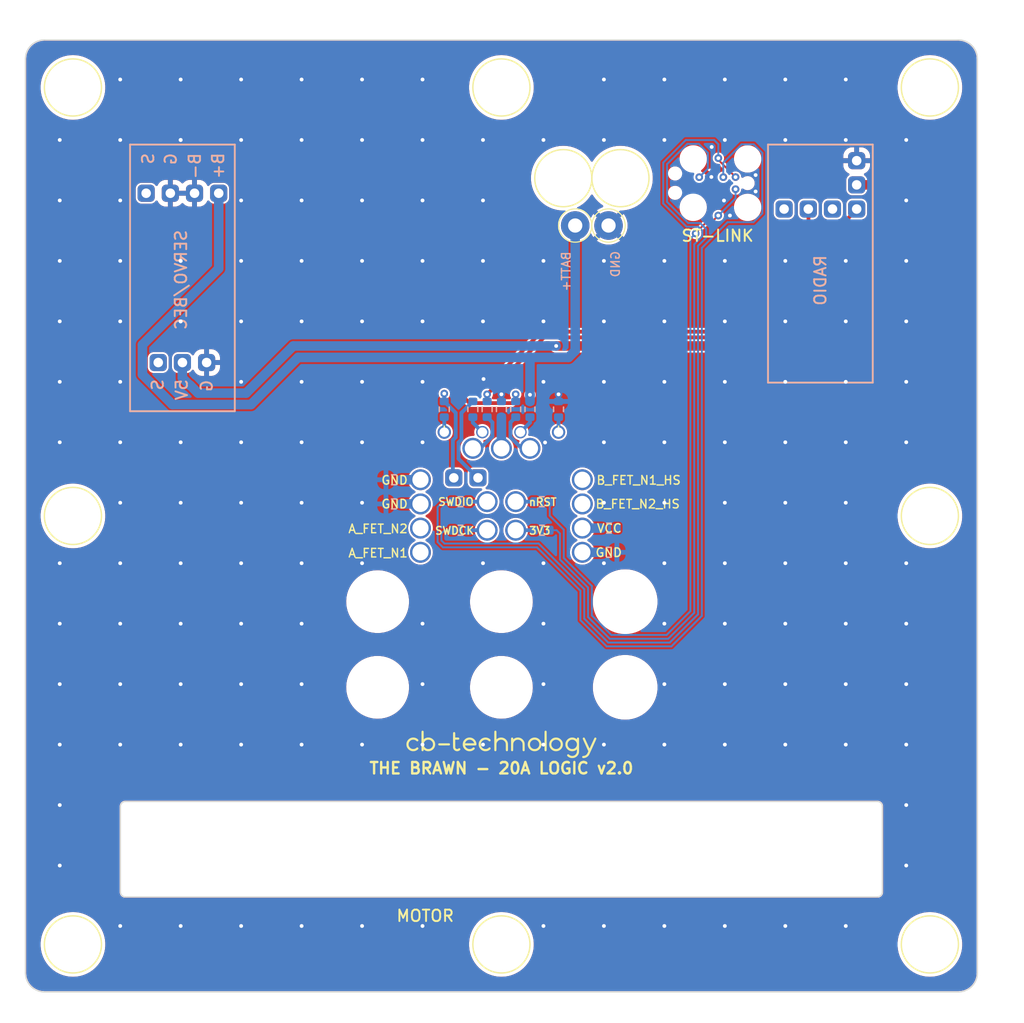
<source format=kicad_pcb>
(kicad_pcb (version 20221018) (generator pcbnew)
  (title_block (title "THE BRAINS - 20A LOGIC FIXTURE") (date "2023-05-29") (rev "v1.0") (company "CB-TECHNOLOGY"))
  (layers (0 "F.Cu" signal) (31 "B.Cu" signal) (34 "B.Paste" user) (35 "F.Paste" user) (36 "B.SilkS" user "B.Silkscreen") (37 "F.SilkS" user "F.Silkscreen") (38 "B.Mask" user) (39 "F.Mask" user) (44 "Edge.Cuts" user))
  (net 0 "")
  (net 1 "/BATT+")
  (net 2 "Net-(R1-Pad2)")
  (net 3 "/A_FET_N2")
  (net 4 "/A_FET_N1")
  (net 5 "Net-(R2-Pad2)")
  (net 6 "/3V3")
  (net 7 "Net-(R5-Pad2)")
  (net 8 "/nRST")
  (net 11 "/SWDIO")
  (net 12 "/SIGNAL1")
  (net 14 "/GND")
  (net 18 "/INVERT")
  (net 19 "/MOTOR_1-")
  (net 20 "Net-(R6-Pad2)")
  (net 21 "/SWDCLK")
  (net 22 "unconnected-(J2-Pad1)")
  (net 23 "/MOTOR_1+")
  (net 24 "Net-(R14-Pad1)")
  (net 25 "Net-(R15-Pad1)")
  (net 26 "Net-(R7-Pad1)")
  (net 27 "Net-(R8-Pad1)")
  (net 28 "Net-(R9-Pad1)")
  (net 29 "Net-(R3-Pad1)")
  (net 30 "Net-(R10-Pad1)")
  (net 31 "Net-(R4-Pad1)")
  (net 32 "Net-(R11-Pad1)")
  (net 33 "/SERVO_OUT")
  (net 34 "Net-(R12-Pad1)")
  (net 35 "/SERVO")
  (net 36 "Net-(R13-Pad1)")
  (net 37 "/VCC")
  (net 38 "/5V0")
  (net 39 "/B_FET_N1_HS")
  (net 40 "/B_FET_N2_HS")
  (footprint "TestPoint:TestPoint_THTPad_D3.0mm_Drill1.5mm" (layer "F.Cu") (at 228.5 143.82)
    (fp_text reference "TP21" hide)
    (fp_text value "TestPoint")
  )
  (footprint "M_Mechanical:Mount_M3" (layer "F.Cu") (at 265 185)
    (fp_text reference "M3" hide)
    (fp_text value "Mount_M3" hide)
  )
  (footprint "TestPoint:TestPoint_THTPad_D3.0mm_Drill1.5mm" (layer "F.Cu") (at 221.5 138.5)
    (fp_text reference "TP14" hide)
    (fp_text value "TestPoint")
  )
  (footprint "M_Mechanical:Mount_M3" (layer "F.Cu") (at 175 95)
    (fp_text reference "M5" hide)
    (fp_text value "Mount_M3" hide)
  )
  (footprint "TestPoint:TestPoint_THTPad_D3.0mm_Drill1.5mm" (layer "F.Cu") (at 218.5 141.5)
    (fp_text reference "TP9" hide)
    (fp_text value "TestPoint")
  )
  (footprint "M_Mechanical:Mount_M3" (layer "F.Cu") (at 265 140)
    (fp_text reference "M6" hide)
    (fp_text value "Mount_M3" hide)
  )
  (footprint ".M_Mechanical:Mount_M3" (layer "F.Cu") (at 232.5 104.525)
    (fp_text reference "M11" hide)
    (fp_text value "Mount_M3" hide)
  )
  (footprint "LOGO" (layer "F.Cu") (at 220 164)
    (fp_text reference "G***" hide)
    (fp_text value "LOGO" hide)
  )
  (footprint "TestPoint:TestPoint_THTPad_D3.0mm_Drill1.5mm" (layer "F.Cu") (at 211.5 136.2)
    (fp_text reference "TP1" hide)
    (fp_text value "TestPoint")
  )
  (footprint "M_Mechanical:Mount_M3" (layer "F.Cu") (at 220 95)
    (fp_text reference "M4" hide)
    (fp_text value "Mount_M3" hide)
  )
  (footprint ".M_Mechanical:Mount_M3" (layer "F.Cu") (at 233 149)
    (fp_text reference "M15" hide)
    (fp_text value "Mount_M3" hide)
  )
  (footprint "TestPoint:TestPoint_THTPad_D3.0mm_Drill1.5mm" (layer "F.Cu") (at 217 132.9)
    (fp_text reference "TP5" hide)
    (fp_text value "TestPoint")
  )
  (footprint "M_Mechanical:Mount_M3" (layer "F.Cu") (at 175 140)
    (fp_text reference "M7" hide)
    (fp_text value "Mount_M3" hide)
  )
  (footprint "TestPoint:TestPoint_THTPad_D3.0mm_Drill1.5mm" (layer "F.Cu") (at 226 131.2)
    (fp_text reference "TP12" hide)
    (fp_text value "TestPoint")
  )
  (footprint ".M_Mechanical:Mount_M3" (layer "F.Cu") (at 226.5 104.525)
    (fp_text reference "M12" hide)
    (fp_text value "Mount_M3" hide)
  )
  (footprint "TestPoint:TestPoint_THTPad_D3.0mm_Drill1.5mm" (layer "F.Cu") (at 220 132.9)
    (fp_text reference "TP10" hide)
    (fp_text value "TestPoint")
  )
  (footprint "M_Mechanical:Mount_M3" (layer "F.Cu") (at 175 185)
    (fp_text reference "M1" hide)
    (fp_text value "Mount_M3" hide)
  )
  (footprint ".N_NonPart:TagConnect_TC2050" (layer "F.Cu") (at 242 105 180)
    (fp_text reference "N1" hide)
    (fp_text value "TC2050_SWD_UART" hide)
  )
  (footprint "M_Mechanical:Mount_M3" (layer "F.Cu") (at 265 95)
    (fp_text reference "M2" hide)
    (fp_text value "Mount_M3" hide)
  )
  (footprint "TestPoint:TestPoint_THTPad_D3.0mm_Drill1.5mm" (layer "F.Cu") (at 228.5 138.74)
    (fp_text reference "TP19" hide)
    (fp_text value "TestPoint")
  )
  (footprint "TestPoint:TestPoint_THTPad_D3.0mm_Drill1.5mm" (layer "F.Cu") (at 222 131.2)
    (fp_text reference "TP11" hide)
    (fp_text value "TestPoint")
  )
  (footprint ".M_Mechanical:Mount_M3" (layer "F.Cu") (at 233 158)
    (fp_text reference "M16" hide)
    (fp_text value "Mount_M3" hide)
  )
  (footprint "TestPoint:TestPoint_THTPad_D3.0mm_Drill1.5mm" (layer "F.Cu") (at 228.5 136.2)
    (fp_text reference "TP18" hide)
    (fp_text value "TestPoint")
  )
  (footprint "TestPoint:TestPoint_THTPad_D3.0mm_Drill1.5mm" (layer "F.Cu") (at 211.5 138.74)
    (fp_text reference "TP2" hide)
    (fp_text value "TestPoint")
  )
  (footprint ".J_Connector:Pins-2.54-1x2" (layer "F.Cu") (at 215 136 90)
    (fp_text reference "J5" hide)
    (fp_text value "Pins_2.54_1x2" hide)
  )
  (footprint "TestPoint:TestPoint_THTPad_D3.0mm_Drill1.5mm" (layer "F.Cu") (at 218 131.2 90)
    (fp_text reference "TP7" hide)
    (fp_text value "TestPoint")
  )
  (footprint "TestPoint:TestPoint_THTPad_D3.0mm_Drill1.5mm" (layer "F.Cu") (at 223 132.9)
    (fp_text reference "TP13" hide)
    (fp_text value "TestPoint")
  )
  (footprint "M_Mechanical:Mount_M3" (layer "F.Cu") (at 220 185)
    (fp_text reference "M8" hide)
    (fp_text value "Mount_M3" hide)
  )
  (footprint "TestPoint:TestPoint_THTPad_D3.0mm_Drill1.5mm" (layer "F.Cu") (at 228.5 141.28)
    (fp_text reference "TP20" hide)
    (fp_text value "TestPoint")
  )
  (footprint "TestPoint:TestPoint_THTPad_D3.0mm_Drill1.5mm" (layer "F.Cu") (at 211.5 141.28)
    (fp_text reference "TP3" hide)
    (fp_text value "TestPoint")
  )
  (footprint "TestPoint:TestPoint_THTPad_D3.0mm_Drill1.5mm" (layer "F.Cu") (at 231.25 109.5)
    (fp_text reference "TP17" hide)
    (fp_text value "TestPoint")
  )
  (footprint "TestPoint:TestPoint_THTPad_D3.0mm_Drill1.5mm" (layer "F.Cu") (at 214 131.2)
    (fp_text reference "TP6" hide)
    (fp_text value "TestPoint")
  )
  (footprint "TestPoint:TestPoint_THTPad_D3.0mm_Drill1.5mm" (layer "F.Cu") (at 221.5 141.5)
    (fp_text reference "TP15" hide)
    (fp_text value "TestPoint")
  )
  (footprint "TestPoint:TestPoint_THTPad_D3.0mm_Drill1.5mm" (layer "F.Cu") (at 227.75 109.5)
    (fp_text reference "TP16" hide)
    (fp_text value "TestPoint")
  )
  (footprint "TestPoint:TestPoint_THTPad_D3.0mm_Drill1.5mm" (layer "F.Cu") (at 218.5 138.5)
    (fp_text reference "TP8" hide)
    (fp_text value "TestPoint")
  )
  (footprint "TestPoint:TestPoint_THTPad_D3.0mm_Drill1.5mm" (layer "F.Cu") (at 211.5 143.82)
    (fp_text reference "TP4" hide)
    (fp_text value "TestPoint")
  )
  (footprint ".R_Resistor:R_0603" (layer "B.Cu") (at 220 128.8 90)
    (fp_text reference "R8" hide)
    (fp_text value "0R" hide)
  )
  (footprint ".R_Resistor:R_0603" (layer "B.Cu") (at 218.5 128.8 90)
    (fp_text reference "R3" hide)
    (fp_text value "0R" hide)
  )
  (footprint ".J_Connector:Pins-2.54-1x4" (layer "B.Cu") (at 190.31 106.11 90)
    (fp_text reference "J3" hide)
    (fp_text value "Pins_2.54_1x4" hide)
  )
  (footprint ".R_Resistor:R_0603" (layer "B.Cu") (at 231.3 141.28)
    (fp_text reference "R14" hide)
    (fp_text value "0R" hide)
  )
  (footprint ".R_Resistor:R_0603" (layer "B.Cu") (at 208.7 136.2)
    (fp_text reference "R1" hide)
    (fp_text value "0R" hide)
  )
  (footprint ".R_Resistor:R_0603" (layer "B.Cu") (at 226 128.8 90)
    (fp_text reference "R10" hide)
    (fp_text value "0R" hide)
  )
  (footprint ".J_Connector:Pins-2.54-1x3" (layer "B.Cu") (at 254.77 107.7695 90)
    (fp_text reference "J2" hide)
    (fp_text value "Pins_2.54_1x3" hide)
  )
  (footprint ".R_Resistor:R_0603" (layer "B.Cu") (at 221.5 128.8 90)
    (fp_text reference "R11" hide)
    (fp_text value "0R" hide)
  )
  (footprint ".R_Resistor:R_0603" (layer "B.Cu") (at 214 128.8 90)
    (fp_text reference "R4" hide)
    (fp_text value "0R" hide)
  )
  (footprint ".R_Resistor:R_0603" (layer "B.Cu") (at 231.3 143.82)
    (fp_text reference "R15" hide)
    (fp_text value "0R" hide)
  )
  (footprint ".R_Resistor:R_0603" (layer "B.Cu") (at 217 128.8 90)
    (fp_text reference "R7" hide)
    (fp_text value "0R" hide)
  )
  (footprint ".J_Connector:Pins-2.54-1x3" (layer "B.Cu") (at 257.31 102.6895 180)
    (fp_text reference "J1" hide)
    (fp_text value "Pins_2.54_1x3" hide)
  )
  (footprint ".R_Resistor:R_0603" (layer "B.Cu") (at 223 128.8 90)
    (fp_text reference "R9" hide)
    (fp_text value "0R" hide)
  )
  (footprint ".R_Resistor:R_0603" (layer "B.Cu") (at 208.7 138.74)
    (fp_text reference "R2" hide)
    (fp_text value "0R" hide)
  )
  (footprint ".R_Resistor:R_0603" (layer "B.Cu") (at 224.25 138.5)
    (fp_text reference "R12" hide)
    (fp_text value "0R" hide)
  )
  (footprint ".J_Connector:Pins-2.54-1x3" (layer "B.Cu") (at 189.04 123.89 90)
    (fp_text reference "J4" hide)
    (fp_text value "Pins_2.54_1x3" hide)
  )
  (footprint ".M_Mechanical:Mount_M3" (layer "B.Cu") (at 220 149 180)
    (fp_text reference "M13" hide)
    (fp_text value "Mount_M3" hide)
  )
  (footprint ".R_Resistor:R_0603" (layer "B.Cu") (at 215.7 138.5)
    (fp_text reference "R5" hide)
    (fp_text value "0R" hide)
  )
  (footprint ".M_Mechanical:Mount_M3" (layer "B.Cu") (at 207 149 180)
    (fp_text reference "M10" hide)
    (fp_text value "Mount_M3" hide)
  )
  (footprint ".M_Mechanical:Mount_M3" (layer "B.Cu") (at 220 158 180)
    (fp_text reference "M9" hide)
    (fp_text value "Mount_M3" hide)
  )
  (footprint ".R_Resistor:R_0603" (layer "B.Cu") (at 224.25 141.5)
    (fp_text reference "R13" hide)
    (fp_text value "0R" hide)
  )
  (footprint ".R_Resistor:R_0603" (layer "B.Cu") (at 215.7 141.5)
    (fp_text reference "R6" hide)
    (fp_text value "0R" hide)
  )
  (footprint ".M_Mechanical:Mount_M3" (layer "B.Cu") (at 207 158 180)
    (fp_text reference "M14" hide)
    (fp_text value "Mount_M3" hide)
  )
  (gr_line (start 192 101) (end 192 129) (stroke (width 0.2)) (layer "B.SilkS"))
  (gr_line (start 248 100.9995) (end 259 100.9995) (stroke (width 0.2)) (layer "B.SilkS"))
  (gr_line (start 248 125.9995) (end 248 100.9995) (stroke (width 0.2)) (layer "B.SilkS"))
  (gr_line (start 248 125.9995) (end 259 125.9995) (stroke (width 0.2)) (layer "B.SilkS"))
  (gr_line (start 259 125.9995) (end 259 100.9995) (stroke (width 0.2)) (layer "B.SilkS"))
  (gr_line (start 181 101) (end 181 129) (stroke (width 0.2)) (layer "B.SilkS"))
  (gr_line (start 181 101) (end 192 101) (stroke (width 0.2)) (layer "B.SilkS"))
  (gr_line (start 181 129) (end 192 129) (stroke (width 0.2)) (layer "B.SilkS"))
  (gr_line (start 214 130.575) (end 214 131.5) (stroke (width 0.15)) (layer "F.SilkS"))
  (gr_line (start 226 130.575) (end 226 131.475) (stroke (width 0.15)) (layer "F.SilkS"))
  (gr_line (start 172 190) (end 268 190) (stroke (width 0.1)) (layer "Edge.Cuts"))
  (gr_line (start 180.5 180) (end 259.5 180) (stroke (width 0.1)) (layer "Edge.Cuts"))
  (gr_line (start 268 90) (end 172 90) (stroke (width 0.1)) (layer "Edge.Cuts"))
  (gr_arc (start 268 90) (mid 269.414214 90.585786) (end 270 92) (stroke (width 0.1)) (layer "Edge.Cuts"))
  (gr_arc (start 172 190) (mid 170.585786 189.414214) (end 170 188) (stroke (width 0.1)) (layer "Edge.Cuts"))
  (gr_arc (start 180.5 180) (mid 180.146447 179.853553) (end 180 179.5) (stroke (width 0.1)) (layer "Edge.Cuts"))
  (gr_line (start 270 188) (end 270 92) (stroke (width 0.1)) (layer "Edge.Cuts"))
  (gr_arc (start 259.5 170) (mid 259.853553 170.146447) (end 260 170.5) (stroke (width 0.1)) (layer "Edge.Cuts"))
  (gr_arc (start 270 188) (mid 269.414214 189.414214) (end 268 190) (stroke (width 0.1)) (layer "Edge.Cuts"))
  (gr_line (start 180.5 170) (end 259.5 170) (stroke (width 0.1)) (layer "Edge.Cuts"))
  (gr_line (start 180 170.5) (end 180 179.5) (stroke (width 0.1)) (layer "Edge.Cuts"))
  (gr_arc (start 260 179.5) (mid 259.853553 179.853553) (end 259.5 180) (stroke (width 0.1)) (layer "Edge.Cuts"))
  (gr_line (start 260 170.5) (end 260 179.5) (stroke (width 0.1)) (layer "Edge.Cuts"))
  (gr_arc (start 170 92) (mid 170.585786 90.585786) (end 172 90) (stroke (width 0.1)) (layer "Edge.Cuts"))
  (gr_arc (start 180 170.5) (mid 180.146447 170.146447) (end 180.5 170) (stroke (width 0.1)) (layer "Edge.Cuts"))
  (gr_line (start 170 92) (end 170 188) (stroke (width 0.1)) (layer "Edge.Cuts"))
  (gr_text "RADIO" (at 253.5 112.5 90) (layer "B.SilkS") (effects (font (size 1.2 1.2) (thickness 0.2) bold) (justify left mirror)))
  (gr_text "B+" (at 190.25 101.75 90) (layer "B.SilkS") (effects (font (size 1.2 1.2) (thickness 0.2) bold) (justify left mirror)))
  (gr_text "G" (at 189.05 125.6 90) (layer "B.SilkS") (effects (font (size 1.2 1.2) (thickness 0.2) bold) (justify left mirror)))
  (gr_text "BATT+" (at 226.8 116.5 90) (layer "B.SilkS") (effects (font (size 0.9 0.9)) (justify right mirror)))
  (gr_text "B-" (at 187.8 101.775 90) (layer "B.SilkS") (effects (font (size 1.2 1.2) (thickness 0.2) bold) (justify left mirror)))
  (gr_text "SERVO/BEC" (at 186.35 109.85 90) (layer "B.SilkS") (effects (font (size 1.2 1.2) (thickness 0.2) bold) (justify left mirror)))
  (gr_text "G" (at 185.275 101.775 90) (layer "B.SilkS") (effects (font (size 1.2 1.2) (thickness 0.2) bold) (justify left mirror)))
  (gr_text "S" (at 183.9 125.525 90) (layer "B.SilkS") (effects (font (size 1.2 1.2) (thickness 0.2) bold) (justify left mirror)))
  (gr_text "GND" (at 231.975 115.025 90) (layer "B.SilkS") (effects (font (size 0.9 0.9)) (justify right mirror)))
  (gr_text "5V" (at 186.425 125.525 90) (layer "B.SilkS") (effects (font (size 1.2 1.2) (thickness 0.2) bold) (justify left mirror)))
  (gr_text "S" (at 182.9 101.775 90) (layer "B.SilkS") (effects (font (size 1.2 1.2) (thickness 0.2) bold) (justify left mirror)))
  (gr_text "3V3" (at 222.825 141.55) (layer "F.SilkS") (effects (font (size 0.8 0.8)) (justify left)))
  (gr_text "VCC" (at 229.95 141.3) (layer "F.SilkS") (effects (font (size 0.9 0.9)) (justify left)))
  (gr_text "MOTOR" (at 212 182) (layer "F.SilkS") (effects (font (size 1.2 1.2) (thickness 0.2) bold)))
  (gr_text "B_FET_N1_HS" (at 229.9 136.25) (layer "F.SilkS") (effects (font (size 0.9 0.9)) (justify left)))
  (gr_text "A_FET_N1" (at 210.25 143.9) (layer "F.SilkS") (effects (font (size 0.9 0.9)) (justify right)))
  (gr_text "B_FET_N2_HS" (at 229.8 138.75) (layer "F.SilkS") (effects (font (size 0.9 0.9)) (justify left)))
  (gr_text "A_FET_N2" (at 210.25 141.35) (layer "F.SilkS") (effects (font (size 0.9 0.9)) (justify right)))
  (gr_text "nRST" (at 222.8 138.55) (layer "F.SilkS") (effects (font (size 0.8 0.8)) (justify left)))
  (gr_text "SWDCK" (at 217.225 141.55) (layer "F.SilkS") (effects (font (size 0.8 0.8)) (justify right)))
  (gr_text "GND" (at 210.25 138.75) (layer "F.SilkS") (effects (font (size 0.9 0.9)) (justify right)))
  (gr_text "GND" (at 210.25 136.25) (layer "F.SilkS") (effects (font (size 0.9 0.9)) (justify right)))
  (gr_text "SWDIO" (at 217.175 138.525) (layer "F.SilkS") (effects (font (size 0.8 0.8)) (justify right)))
  (gr_text "ST-LINK" (at 242.7 110.575) (layer "F.SilkS") (effects (font (size 1.2 1.2) (thickness 0.2) bold)))
  (gr_text "THE BRAWN - 20A LOGIC v2.0" (at 220 166.5) (layer "F.SilkS") (effects (font (size 1.2 1.2) (thickness 0.25))))
  (gr_text "GND" (at 229.8 143.85) (layer "F.SilkS") (effects (font (size 0.9 0.9)) (justify left)))
  (via (at 223 127.275) (size 0.8) (drill 0.4) (layers "F.Cu" "B.Cu") (net 1))
  (segment (start 223 127.975) (end 223 123.35) (width 1) (layer "B.Cu") (net 1))
  (segment (start 182.3 125.15) (end 182.3 122.024478) (width 1) (layer "B.Cu") (net 1))
  (segment (start 222.95 127.325) (end 222.95 128.05) (width 0.4) (layer "B.Cu") (net 1))
  (segment (start 198.647056 123.35) (end 193.697056 128.3) (width 1) (layer "B.Cu") (net 1))
  (segment (start 222.95 127.225) (end 223 127.275) (width 0.4) (layer "B.Cu") (net 1))
  (segment (start 227.05 123.35) (end 222 123.35) (width 1) (layer "B.Cu") (net 1))
  (segment (start 222.95 127.2) (end 222.95 127.225) (width 0.4) (layer "B.Cu") (net 1))
  (segment (start 182.3 122.024478) (end 190.31 114.014478) (width 1) (layer "B.Cu") (net 1))
  (segment (start 227.75 122.65) (end 227.05 123.35) (width 1) (layer "B.Cu") (net 1))
  (segment (start 227.75 109.5) (end 227.75 122.65) (width 1) (layer "B.Cu") (net 1))
  (segment (start 193.697056 128.3) (end 185.45 128.3) (width 1) (layer "B.Cu") (net 1))
  (segment (start 223 127.275) (end 223 127.175) (width 1) (layer "B.Cu") (net 1))
  (segment (start 223 127.275) (end 222.95 127.325) (width 0.4) (layer "B.Cu") (net 1))
  (segment (start 190.31 114.014478) (end 190.31 106.11) (width 1) (layer "B.Cu") (net 1))
  (segment (start 222 123.35) (end 198.647056 123.35) (width 1) (layer "B.Cu") (net 1))
  (segment (start 223 127.275) (end 223 127.975) (width 1) (layer "B.Cu") (net 1))
  (segment (start 223 123.35) (end 222 123.35) (width 1) (layer "B.Cu") (net 1))
  (segment (start 185.45 128.3) (end 182.3 125.15) (width 1) (layer "B.Cu") (net 1))
  (segment (start 211.5 136.2) (end 209.525 136.2) (width 1) (layer "B.Cu") (net 2))
  (segment (start 209.525 138.74) (end 211.5 138.74) (width 1) (layer "B.Cu") (net 5))
  (segment (start 242.78195 102.425) (end 242.78195 102.60695) (width 0.2) (layer "F.Cu") (net 6))
  (segment (start 242.78195 102.60695) (end 244.59 104.415) (width 0.2) (layer "F.Cu") (net 6))
  (via (at 244.59 104.415) (size 0.8) (drill 0.4) (layers "F.Cu" "B.Cu") (net 6))
  (via (at 242.78195 102.425) (size 0.8) (drill 0.4) (layers "F.Cu" "B.Cu") (net 6))
  (segment (start 240.69045 109.632122) (end 239.447153 109.632122) (width 0.2) (layer "B.Cu") (net 6))
  (segment (start 240.249999 150.165686) (end 240.249999 111.471573) (width 0.2) (layer "B.Cu") (net 6))
  (segment (start 225.075 141.5) (end 225.8 141.5) (width 0.2) (layer "B.Cu") (net 6))
  (segment (start 239.359315 100.525) (end 242.3474 100.525) (width 0.2) (layer "B.Cu") (net 6))
  (segment (start 242.3474 100.525) (end 242.78195 100.95955) (width 0.2) (layer "B.Cu") (net 6))
  (segment (start 236.9947 107.179668) (end 236.9947 102.889614) (width 0.2) (layer "B.Cu") (net 6))
  (segment (start 241.1 110.041672) (end 240.69045 109.632122) (width 0.2) (layer "B.Cu") (net 6))
  (segment (start 225.8 141.5) (end 226.15 141.85) (width 0.2) (layer "B.Cu") (net 6))
  (segment (start 237.515686 152.9) (end 240.249999 150.165686) (width 0.2) (layer "B.Cu") (net 6))
  (segment (start 242.78195 100.95955) (end 242.78195 102.425) (width 0.2) (layer "B.Cu") (net 6))
  (segment (start 226.15 141.85) (end 226.15 144.578297) (width 0.2) (layer "B.Cu") (net 6))
  (segment (start 229.1 150.615686) (end 231.384315 152.9) (width 0.2) (layer "B.Cu") (net 6))
  (segment (start 226.15 144.578297) (end 229.1 147.528297) (width 0.2) (layer "B.Cu") (net 6))
  (segment (start 236.9947 102.889614) (end 239.359315 100.525) (width 0.2) (layer "B.Cu") (net 6))
  (segment (start 231.384315 152.9) (end 237.515686 152.9) (width 0.2) (layer "B.Cu") (net 6))
  (segment (start 229.1 147.528297) (end 229.1 150.615686) (width 0.2) (layer "B.Cu") (net 6))
  (segment (start 240.249999 111.471573) (end 241.1 110.621572) (width 0.2) (layer "B.Cu") (net 6))
  (segment (start 241.1 110.621572) (end 241.1 110.041672) (width 0.2) (layer "B.Cu") (net 6))
  (segment (start 239.447153 109.632122) (end 236.9947 107.179668) (width 0.2) (layer "B.Cu") (net 6))
  (segment (start 218.5 138.5) (end 216.575 138.5) (width 0.4) (layer "B.Cu") (net 7))
  (segment (start 240.4 110.275) (end 241.525 109.15) (width 0.2) (layer "F.Cu") (net 8))
  (segment (start 244.575 105.7) (end 244.59 105.685) (width 0.2) (layer "F.Cu") (net 8))
  (segment (start 242.075 109.15) (end 242.775 108.45) (width 0.2) (layer "F.Cu") (net 8))
  (segment (start 240.4 110.331622) (end 240.4 110.275) (width 0.2) (layer "F.Cu") (net 8))
  (segment (start 241.525 109.15) (end 242.075 109.15) (width 0.2) (layer "F.Cu") (net 8))
  (via (at 240.4 110.331622) (size 0.8) (drill 0.4) (layers "F.Cu" "B.Cu") (net 8))
  (via (at 244.59 105.685) (size 0.8) (drill 0.4) (layers "F.Cu" "B.Cu") (net 8))
  (via (at 242.775 108.45) (size 0.8) (drill 0.4) (layers "F.Cu" "B.Cu") (net 8))
  (segment (start 240.4 110.331622) (end 239.849999 110.881623) (width 0.2) (layer "B.Cu") (net 8))
  (segment (start 226.55 141.45) (end 225.075 139.975) (width 0.2) (layer "B.Cu") (net 8))
  (segment (start 244.59 106.64995) (end 244.59 105.685) (width 0.2) (layer "B.Cu") (net 8))
  (segment (start 231.55 152.5) (end 229.5 150.45) (width 0.2) (layer "B.Cu") (net 8))
  (segment (start 229.5 150.45) (end 229.5 147.362613) (width 0.2) (layer "B.Cu") (net 8))
  (segment (start 242.78995 108.45) (end 244.59 106.64995) (width 0.2) (layer "B.Cu") (net 8))
  (segment (start 225.075 139.975) (end 225.075 138.5) (width 0.2) (layer "B.Cu") (net 8))
  (segment (start 239.849999 110.881623) (end 239.849999 150.000001) (width 0.2) (layer "B.Cu") (net 8))
  (segment (start 239.849999 150.000001) (end 237.35 152.5) (width 0.2) (layer "B.Cu") (net 8))
  (segment (start 229.5 147.362613) (end 226.55 144.412613) (width 0.2) (layer "B.Cu") (net 8))
  (segment (start 237.35 152.5) (end 231.55 152.5) (width 0.2) (layer "B.Cu") (net 8))
  (segment (start 226.55 144.412613) (end 226.55 141.45) (width 0.2) (layer "B.Cu") (net 8))
  (segment (start 242.775 108.45) (end 242.78995 108.45) (width 0.2) (layer "B.Cu") (net 8))
  (via (at 243.3 104.425) (size 0.8) (drill 0.4) (layers "F.Cu" "B.Cu") (net 11))
  (segment (start 246.496833 100.97255) (end 245.223167 100.97255) (width 0.2) (layer "B.Cu") (net 11))
  (segment (start 243.3 102.895717) (end 243.3 104.425) (width 0.2) (layer "B.Cu") (net 11))
  (segment (start 213.3 142.740686) (end 213.859315 143.3) (width 0.2) (layer "B.Cu") (net 11))
  (segment (start 246.474283 109.15) (end 247.4 108.224283) (width 0.2) (layer "B.Cu") (net 11))
  (segment (start 228.3 150.947058) (end 231.052945 153.7) (width 0.2) (layer "B.Cu") (net 11))
  (segment (start 241.049999 111.850001) (end 243.75 109.15) (width 0.2) (layer "B.Cu") (net 11))
  (segment (start 228.3 147.859669) (end 228.3 150.947058) (width 0.2) (layer "B.Cu") (net 11))
  (segment (start 237.847058 153.7) (end 241.049999 150.497056) (width 0.2) (layer "B.Cu") (net 11))
  (segment (start 241.049999 150.497056) (end 241.049999 111.850001) (width 0.2) (layer "B.Cu") (net 11))
  (segment (start 245.223167 100.97255) (end 243.3 102.895717) (width 0.2) (layer "B.Cu") (net 11))
  (segment (start 213.825 138.55) (end 213.3 139.075) (width 0.2) (layer "B.Cu") (net 11))
  (segment (start 247.4 108.224283) (end 247.4 101.875717) (width 0.2) (layer "B.Cu") (net 11))
  (segment (start 243.75 109.15) (end 246.474283 109.15) (width 0.2) (layer "B.Cu") (net 11))
  (segment (start 231.052945 153.7) (end 237.847058 153.7) (width 0.2) (layer "B.Cu") (net 11))
  (segment (start 223.740331 143.3) (end 228.3 147.859669) (width 0.2) (layer "B.Cu") (net 11))
  (segment (start 213.859315 143.3) (end 223.740331 143.3) (width 0.2) (layer "B.Cu") (net 11))
  (segment (start 214.875 138.55) (end 213.825 138.55) (width 0.2) (layer "B.Cu") (net 11))
  (segment (start 247.4 101.875717) (end 246.496833 100.97255) (width 0.2) (layer "B.Cu") (net 11))
  (segment (start 213.3 139.075) (end 213.3 142.740686) (width 0.2) (layer "B.Cu") (net 11))
  (segment (start 214.925 138.5) (end 214.875 138.55) (width 0.2) (layer "B.Cu") (net 11))
  (segment (start 243.898528 121.25) (end 257.31 107.838528) (width 0.4) (layer "F.Cu") (net 12))
  (segment (start 218.5 127.225) (end 224.475 121.25) (width 0.4) (layer "F.Cu") (net 12))
  (segment (start 224.475 121.25) (end 243.898528 121.25) (width 0.4) (layer "F.Cu") (net 12))
  (segment (start 257.31 107.838528) (end 257.31 107.7695) (width 0.4) (layer "F.Cu") (net 12))
  (via (at 218.5 127.225) (size 0.8) (drill 0.4) (layers "F.Cu" "B.Cu") (net 12))
  (segment (start 218.5 127.225) (end 218.5 128.05) (width 0.4) (layer "B.Cu") (net 12))
  (via (at 211.715247 125.914866) (size 0.8) (drill 0.4) (layers "F.Cu" "B.Cu") (net 14))
  (via (at 224.415247 157.664866) (size 0.8) (drill 0.4) (layers "F.Cu" "B.Cu") (net 14))
  (via (at 186.315247 151.314866) (size 0.8) (drill 0.4) (layers "F.Cu" "B.Cu") (net 14))
  (via (at 179.965247 94.164866) (size 0.8) (drill 0.4) (layers "F.Cu" "B.Cu") (net 14))
  (via (at 186.315247 164.014866) (size 0.8) (drill 0.4) (layers "F.Cu" "B.Cu") (net 14))
  (via (at 256.165247 144.964866) (size 0.8) (drill 0.4) (layers "F.Cu" "B.Cu") (net 14))
  (via (at 211.715247 183.064866) (size 0.8) (drill 0.4) (layers "F.Cu" "B.Cu") (net 14))
  (via (at 186.315247 113.214866) (size 0.8) (drill 0.4) (layers "F.Cu" "B.Cu") (net 14))
  (via (at 205.365247 144.964866) (size 0.8) (drill 0.4) (layers "F.Cu" "B.Cu") (net 14))
  (via (at 192.665247 125.914866) (size 0.8) (drill 0.4) (layers "F.Cu" "B.Cu") (net 14))
  (via (at 237.115247 183.064866) (size 0.8) (drill 0.4) (layers "F.Cu" "B.Cu") (net 14))
  (via (at 192.665247 100.514866) (size 0.8) (drill 0.4) (layers "F.Cu" "B.Cu") (net 14))
  (via (at 249.815247 94.164866) (size 0.8) (drill 0.4) (layers "F.Cu" "B.Cu") (net 14))
  (via (at 205.365247 100.514866) (size 0.8) (drill 0.4) (layers "F.Cu" "B.Cu") (net 14))
  (via (at 179.965247 164.014866) (size 0.8) (drill 0.4) (layers "F.Cu" "B.Cu") (net 14))
  (via (at 179.965247 100.514866) (size 0.8) (drill 0.4) (layers "F.Cu" "B.Cu") (net 14))
  (via (at 179.965247 125.914866) (size 0.8) (drill 0.4) (layers "F.Cu" "B.Cu") (net 14))
  (via (at 173.615247 132.264866) (size 0.8) (drill 0.4) (layers "F.Cu" "B.Cu") (net 14))
  (via (at 205.365247 164.014866) (size 0.8) (drill 0.4) (layers "F.Cu" "B.Cu") (net 14))
  (via (at 226 127.225) (size 0.8) (drill 0.4) (layers "F.Cu" "B.Cu") (net 14))
  (via (at 173.615247 106.864866) (size 0.8) (drill 0.4) (layers "F.Cu" "B.Cu") (net 14))
  (via (at 211.715247 119.564866) (size 0.8) (drill 0.4) (layers "F.Cu" "B.Cu") (net 14))
  (via (at 199.015247 164.014866) (size 0.8) (drill 0.4) (layers "F.Cu" "B.Cu") (net 14))
  (via (at 230.765247 164.014866) (size 0.8) (drill 0.4) (layers "F.Cu" "B.Cu") (net 14))
  (via (at 173.615247 164.014866) (size 0.8) (drill 0.4) (layers "F.Cu" "B.Cu") (net 14))
  (via (at 199.015247 100.514866) (size 0.8) (drill 0.4) (layers "F.Cu" "B.Cu") (net 14))
  (via (at 205.365247 183.064866) (size 0.8) (drill 0.4) (layers "F.Cu" "B.Cu") (net 14))
  (via (at 173.615247 113.214866) (size 0.8) (drill 0.4) (layers "F.Cu" "B.Cu") (net 14))
  (via (at 262.515247 144.964866) (size 0.8) (drill 0.4) (layers "F.Cu" "B.Cu") (net 14))
  (via (at 211.715247 164.014866) (size 0.8) (drill 0.4) (layers "F.Cu" "B.Cu") (net 14))
  (via (at 173.615247 100.514866) (size 0.8) (drill 0.4) (layers "F.Cu" "B.Cu") (net 14))
  (via (at 199.015247 113.214866) (size 0.8) (drill 0.4) (layers "F.Cu" "B.Cu") (net 14))
  (via (at 173.615247 170.364866) (size 0.8) (drill 0.4) (layers "F.Cu" "B.Cu") (net 14))
  (via (at 230.765247 144.964866) (size 0.8) (drill 0.4) (layers "F.Cu" "B.Cu") (net 14))
  (via (at 230.765247 94.164866) (size 0.8) (drill 0.4) (layers "F.Cu" "B.Cu") (net 14))
  (via (at 186.315247 119.564866) (size 0.8) (drill 0.4) (layers "F.Cu" "B.Cu") (net 14))
  (via (at 186.315247 100.514866) (size 0.8) (drill 0.4) (layers "F.Cu" "B.Cu") (net 14))
  (via (at 262.515247 157.664866) (size 0.8) (drill 0.4) (layers "F.Cu" "B.Cu") (net 14))
  (via (at 262.515247 176.714866) (size 0.8) (drill 0.4) (layers "F.Cu" "B.Cu") (net 14))
  (via (at 205.365247 113.214866) (size 0.8) (drill 0.4) (layers "F.Cu" "B.Cu") (net 14))
  (via (at 243.465247 132.264866) (size 0.8) (drill 0.4) (layers "F.Cu" "B.Cu") (net 14))
  (via (at 186.315247 138.614866) (size 0.8) (drill 0.4) (layers "F.Cu" "B.Cu") (net 14))
  (via (at 205.365247 125.914866) (size 0.8) (drill 0.4) (layers "F.Cu" "B.Cu") (net 14))
  (via (at 230.765247 113.214866) (size 0.8) (drill 0.4) (layers "F.Cu" "B.Cu") (net 14))
  (via (at 186.315247 144.964866) (size 0.8) (drill 0.4) (layers "F.Cu" "B.Cu") (net 14))
  (via (at 243.465247 100.514866) (size 0.8) (drill 0.4) (layers "F.Cu" "B.Cu") (net 14))
  (via (at 218.065247 164.014866) (size 0.8) (drill 0.4) (layers "F.Cu" "B.Cu") (net 14))
  (via (at 249.815247 151.314866) (size 0.8) (drill 0.4) (layers "F.Cu" "B.Cu") (net 14))
  (via (at 218.065247 106.864866) (size 0.8) (drill 0.4) (layers "F.Cu" "B.Cu") (net 14))
  (via (at 199.015247 183.064866) (size 0.8) (drill 0.4) (layers "F.Cu" "B.Cu") (net 14))
  (via (at 224.415247 183.064866) (size 0.8) (drill 0.4) (layers "F.Cu" "B.Cu") (net 14))
  (via (at 243.465247 138.614866) (size 0.8) (drill 0.4) (layers "F.Cu" "B.Cu") (net 14))
  (via (at 237.115247 113.214866) (size 0.8) (drill 0.4) (layers "F.Cu" "B.Cu") (net 14))
  (via (at 179.965247 138.614866) (size 0.8) (drill 0.4) (layers "F.Cu" "B.Cu") (net 14))
  (via (at 218.065247 144.964866) (size 0.8) (drill 0.4) (layers "F.Cu" "B.Cu") (net 14))
  (via (at 186.315247 100.514866) (size 0.8) (drill 0.4) (layers "F.Cu" "B.Cu") (net 14))
  (via (at 211.715247 151.314866) (size 0.8) (drill 0.4) (layers "F.Cu" "B.Cu") (net 14))
  (via (at 205.365247 106.864866) (size 0.8) (drill 0.4) (layers "F.Cu" "B.Cu") (net 14))
  (via (at 199.015247 151.314866) (size 0.8) (drill 0.4) (layers "F.Cu" "B.Cu") (net 14))
  (via (at 211.715247 106.864866) (size 0.8) (drill 0.4) (layers "F.Cu" "B.Cu") (net 14))
  (via (at 205.365247 94.164866) (size 0.8) (drill 0.4) (layers "F.Cu" "B.Cu") (net 14))
  (via (at 224.415247 144.964866) (size 0.8) (drill 0.4) (layers "F.Cu" "B.Cu") (net 14))
  (via (at 243.465247 157.664866) (size 0.8) (drill 0.4) (layers "F.Cu" "B.Cu") (net 14))
  (via (at 192.665247 113.214866) (size 0.8) (drill 0.4) (layers "F.Cu" "B.Cu") (net 14))
  (via (at 243.465247 151.314866) (size 0.8) (drill 0.4) (layers "F.Cu" "B.Cu") (net 14))
  (via (at 237.115247 164.014866) (size 0.8) (drill 0.4) (layers "F.Cu" "B.Cu") (net 14))
  (via (at 262.515247 132.264866) (size 0.8) (drill 0.4) (layers "F.Cu" "B.Cu") (net 14))
  (via (at 243.375 106.875) (size 0.8) (drill 0.4) (layers "F.Cu" "B.Cu") (net 14))
  (via (at 242.05 104.4) (size 0.8) (drill 0.4) (layers "F.Cu" "B.Cu") (net 14))
  (via (at 256.165247 100.514866) (size 0.8) (drill 0.4) (layers "F.Cu" "B.Cu") (net 14))
  (via (at 230.765247 138.614866) (size 0.8) (drill 0.4) (layers "F.Cu" "B.Cu") (net 14))
  (via (at 192.665247 151.314866) (size 0.8) (drill 0.4) (layers "F.Cu" "B.Cu") (net 14))
  (via (at 205.365247 119.564866) (size 0.8) (drill 0.4) (layers "F.Cu" "B.Cu") (net 14))
  (via (at 192.665247 132.264866) (size 0.8) (drill 0.4) (layers "F.Cu" "B.Cu") (net 14))
  (via (at 262.515247 170.364866) (size 0.8) (drill 0.4) (layers "F.Cu" "B.Cu") (net 14))
  (via (at 237.115247 138.614866) (size 0.8) (drill 0.4) (layers "F.Cu" "B.Cu") (net 14))
  (via (at 230.765247 183.064866) (size 0.8) (drill 0.4) (layers "F.Cu" "B.Cu") (net 14))
  (via (at 192.665247 183.064866) (size 0.8) (drill 0.4) (layers "F.Cu" "B.Cu") (net 14))
  (via (at 249.815247 132.264866) (size 0.8) (drill 0.4) (layers "F.Cu" "B.Cu") (net 14))
  (via (at 237.115247 151.314866) (size 0.8) (drill 0.4) (layers "F.Cu" "B.Cu") (net 14))
  (via (at 249.815247 164.014866) (size 0.8) (drill 0.4) (layers "F.Cu" "B.Cu") (net 14))
  (via (at 218.122904 125.622904) (size 0.8) (drill 0.4) (layers "F.Cu" "B.Cu") (net 14))
  (via (at 211.715247 100.514866) (size 0.8) (drill 0.4) (layers "F.Cu" "B.Cu") (net 14))
  (via (at 262.515247 151.314866) (size 0.8) (drill 0.4) (layers "F.Cu" "B.Cu") (net 14))
  (via (at 262.515247 113.214866) (size 0.8) (drill 0.4) (layers "F.Cu" "B.Cu") (net 14))
  (via (at 199.015247 138.614866) (size 0.8) (drill 0.4) (layers "F.Cu" "B.Cu") (net 14))
  (via (at 192.665247 138.614866) (size 0.8) (drill 0.4) (layers "F.Cu" "B.Cu") (net 14))
  (via (at 243.465247 183.064866) (size 0.8) (drill 0.4) (layers "F.Cu" "B.Cu") (net 14))
  (via (at 243.465247 119.564866) (size 0.8) (drill 0.4) (layers "F.Cu" "B.Cu") (net 14))
  (via (at 243.465247 164.014866) (size 0.8) (drill 0.4) (layers "F.Cu" "B.Cu") (net 14))
  (via (at 199.015247 106.864866) (size 0.8) (drill 0.4) (layers "F.Cu" "B.Cu") (net 14))
  (via (at 192.665247 144.964866) (size 0.8) (drill 0.4) (layers "F.Cu" "B.Cu") (net 14))
  (via (at 186.315247 157.664866) (size 0.8) (drill 0.4) (layers "F.Cu" "B.Cu") (net 14))
  (via (at 230.765247 100.514866) (size 0.8) (drill 0.4) (layers "F.Cu" "B.Cu") (net 14))
  (via (at 179.965247 151.314866) (size 0.8) (drill 0.4) (layers "F.Cu" "B.Cu") (net 14))
  (via (at 230.765247 125.914866) (size 0.8) (drill 0.4) (layers "F.Cu" "B.Cu") (net 14))
  (via (at 262.515247 164.014866) (size 0.8) (drill 0.4) (layers "F.Cu" "B.Cu") (net 14))
  (via (at 224.415247 113.214866) (size 0.8) (drill 0.4) (layers "F.Cu" "B.Cu") (net 14))
  (via (at 179.965247 119.564866) (size 0.8) (drill 0.4) (layers "F.Cu" "B.Cu") (net 14))
  (via (at 192.665247 119.564866) (size 0.8) (drill 0.4) (layers "F.Cu" "B.Cu") (net 14))
  (via (at 262.515247 125.914866) (size 0.8) (drill 0.4) (layers "F.Cu" "B.Cu") (net 14))
  (via (at 173.615247 144.964866) (size 0.8) (drill 0.4) (layers "F.Cu" "B.Cu") (net 14))
  (via (at 237.115247 132.264866) (size 0.8) (drill 0.4) (layers "F.Cu" "B.Cu") (net 14))
  (via (at 186.315247 132.264866) (size 0.8) (drill 0.4) (layers "F.Cu" "B.Cu") (net 14))
  (via (at 218.065247 113.214866) (size 0.8) (drill 0.4) (layers "F.Cu" "B.Cu") (net 14))
  (via (at 179.965247 132.264866) (size 0.8) (drill 0.4) (layers "F.Cu" "B.Cu") (net 14))
  (via (at 242.08245 101.25) (size 0.8) (drill 0.4) (layers "F.Cu" "B.Cu") (net 14))
  (via (at 192.665247 94.164866) (size 0.8) (drill 0.4) (layers "F.Cu" "B.Cu") (net 14))
  (via (at 237.115247 119.564866) (size 0.8) (drill 0.4) (layers "F.Cu" "B.Cu") (net 14))
  (via (at 218.065247 100.514866) (size 0.8) (drill 0.4) (layers "F.Cu" "B.Cu") (net 14))
  (via (at 256.165247 119.564866) (size 0.8) (drill 0.4) (layers "F.Cu" "B.Cu") (net 14))
  (via (at 244 108.45) (size 0.8) (drill 0.4) (layers "F.Cu" "B.Cu") (net 14))
  (via (at 256.165247 151.314866) (size 0.8) (drill 0.4) (layers "F.Cu" "B.Cu") (net 14))
  (via (at 211.715247 113.214866) (size 0.8) (drill 0.4) (layers "F.Cu" "B.Cu") (net 14))
  (via (at 224.584901 132.28649) (size 0.8) (drill 0.4) (layers "F.Cu" "B.Cu") (net 14))
  (via (at 249.815247 144.964866) (size 0.8) (drill 0.4) (layers "F.Cu" "B.Cu") (net 14))
  (via (at 224.415247 151.314866) (size 0.8) (drill 0.4) (layers "F.Cu" "B.Cu") (net 14))
  (via (at 192.665247 164.014866) (size 0.8) (drill 0.4) (layers "F.Cu" "B.Cu") (net 14))
  (via (at 173.615247 151.314866) (size 0.8) (drill 0.4) (layers "F.Cu" "B.Cu") (net 14))
  (via (at 224.415247 164.014866) (size 0.8) (drill 0.4) (layers "F.Cu" "B.Cu") (net 14))
  (via (at 249.815247 138.614866) (size 0.8) (drill 0.4) (layers "F.Cu" "B.Cu") (net 14))
  (via (at 230.765247 119.564866) (size 0.8) (drill 0.4) (layers "F.Cu" "B.Cu") (net 14))
  (via (at 205.365247 132.264866) (size 0.8) (drill 0.4) (layers "F.Cu" "B.Cu") (net 14))
  (via (at 237.115247 144.964866) (size 0.8) (drill 0.4) (layers "F.Cu" "B.Cu") (net 14))
  (via (at 199.015247 157.664866) (size 0.8) (drill 0.4) (layers "F.Cu" "B.Cu") (net 14))
  (via (at 243.465247 113.214866) (size 0.8) (drill 0.4) (layers "F.Cu" "B.Cu") (net 14))
  (via (at 249.815247 100.514866) (size 0.8) (drill 0.4) (layers "F.Cu" "B.Cu") (net 14))
  (via (at 173.615247 119.564866) (size 0.8) (drill 0.4) (layers "F.Cu" "B.Cu") (net 14))
  (via (at 186.315247 183.064866) (size 0.8) (drill 0.4) (layers "F.Cu" "B.Cu") (net 14))
  (via (at 246.69795 105.925) (size 0.8) (drill 0.4) (layers "F.Cu" "B.Cu") (net 14))
  (via (at 249.815247 125.914866) (size 0.8) (drill 0.4) (layers "F.Cu" "B.Cu") (net 14))
  (via (at 256.165247 157.664866) (size 0.8) (drill 0.4) (layers "F.Cu" "B.Cu") (net 14))
  (via (at 179.965247 113.214866) (size 0.8) (drill 0.4) (layers "F.Cu" "B.Cu") (net 14))
  (via (at 256.165247 183.064866) (size 0.8) (drill 0.4) (layers "F.Cu" "B.Cu") (net 14))
  (via (at 199.015247 132.264866) (size 0.8) (drill 0.4) (layers "F.Cu" "B.Cu") (net 14))
  (via (at 173.615247 125.914866) (size 0.8) (drill 0.4) (layers "F.Cu" "B.Cu") (net 14))
  (via (at 256.165247 138.614866) (size 0.8) (drill 0.4) (layers "F.Cu" "B.Cu") (net 14))
  (via (at 256.165247 132.264866) (size 0.8) (drill 0.4) (layers "F.Cu" "B.Cu") (net 14))
  (via (at 199.015247 94.164866) (size 0.8) (drill 0.4) (layers "F.Cu" "B.Cu") (net 14))
  (via (at 211.715247 157.664866) (size 0.8) (drill 0.4) (layers "F.Cu" "B.Cu") (net 14))
  (via (at 173.615247 176.714866) (size 0.8) (drill 0.4) (layers "F.Cu" "B.Cu") (net 14))
  (via (at 220 127.225) (size 0.8) (drill 0.4) (layers "F.Cu" "B.Cu") (net 14))
  (via (at 179.965247 157.664866) (size 0.8) (drill 0.4) (layers "F.Cu" "B.Cu") (net 14))
  (via (at 186.315247 94.164866) (size 0.8) (drill 0.4) (layers "F.Cu" "B.Cu") (net 14))
  (via (at 186.315247 113.214866) (size 0.8) (drill 0.4) (layers "F.Cu" "B.Cu") (net 14))
  (via (at 179.965247 183.064866) (size 0.8) (drill 0.4) (layers "F.Cu" "B.Cu") (net 14))
  (via (at 262.515247 100.514866) (size 0.8) (drill 0.4) (layers "F.Cu" "B.Cu") (net 14))
  (via (at 186.315247 119.564866) (size 0.8) (drill 0.4) (layers "F.Cu" "B.Cu") (net 14))
  (via (at 224.415247 125.914866) (size 0.8) (drill 0.4) (layers "F.Cu" "B.Cu") (net 14))
  (via (at 237.115247 100.514866) (size 0.8) (drill 0.4) (layers "F.Cu" "B.Cu") (net 14))
  (via (at 192.665247 157.664866) (size 0.8) (drill 0.4) (layers "F.Cu" "B.Cu") (net 14))
  (via (at 199.015247 119.564866) (size 0.8) (drill 0.4) (layers "F.Cu" "B.Cu") (net 14))
  (via (at 262.515247 119.564866) (size 0.8) (drill 0.4) (layers "F.Cu" "B.Cu") (net 14))
  (via (at 218.065247 119.564866) (size 0.8) (drill 0.4) (layers "F.Cu" "B.Cu") (net 14))
  (via (at 256.165247 113.214866) (size 0.8) (drill 0.4) (layers "F.Cu" "B.Cu") (net 14))
  (via (at 211.715247 132.264866) (size 0.8) (drill 0.4) (layers "F.Cu" "B.Cu") (net 14))
  (via (at 237.115247 94.164866) (size 0.8) (drill 0.4) (layers "F.Cu" "B.Cu") (net 14))
  (via (at 256.165247 164.014866) (size 0.8) (drill 0.4) (layers "F.Cu" "B.Cu") (net 14))
  (via (at 199.015247 144.964866) (size 0.8) (drill 0.4) (layers "F.Cu" "B.Cu") (net 14))
  (via (at 205.365247 138.614866) (size 0.8) (drill 0.4) (layers "F.Cu" "B.Cu") (net 14))
  (via (at 243.465247 94.164866) (size 0.8) (drill 0.4) (layers "F.Cu" "B.Cu") (net 14))
  (via (at 249.815247 157.664866) (size 0.8) (drill 0.4) (layers "F.Cu" "B.Cu") (net 14))
  (via (at 256.165247 125.914866) (size 0.8) (drill 0.4) (layers "F.Cu" "B.Cu") (net 14))
  (via (at 192.665247 106.864866) (size 0.8) (drill 0.4) (layers "F.Cu" "B.Cu") (net 14))
  (via (at 262.515247 106.864866) (size 0.8) (drill 0.4) (layers "F.Cu" "B.Cu") (net 14))
  (via (at 243.465247 144.964866) (size 0.8) (drill 0.4) (layers "F.Cu" "B.Cu") (net 14))
  (via (at 224.415247 100.514866) (size 0.8) (drill 0.4) (layers "F.Cu" "B.Cu") (net 14))
  (via (at 179.965247 106.864866) (size 0.8) (drill 0.4) (layers "F.Cu" "B.Cu") (net 14))
  (via (at 230.765247 132.264866) (size 0.8) (drill 0.4) (layers "F.Cu" "B.Cu") (net 14))
  (via (at 237.115247 157.664866) (size 0.8) (drill 0.4) (layers "F.Cu" "B.Cu") (net 14))
  (via (at 199.015247 125.914866) (size 0.8) (drill 0.4) (layers "F.Cu" "B.Cu") (net 14))
  (via (at 211.715247 94.164866) (size 0.8) (drill 0.4) (layers "F.Cu" "B.Cu") (net 14))
  (via (at 249.815247 119.564866) (size 0.8) (drill 0.4) (layers "F.Cu" "B.Cu") (net 14))
  (via (at 249.815247 183.064866) (size 0.8) (drill 0.4) (layers "F.Cu" "B.Cu") (net 14))
  (via (at 179.965247 144.964866) (size 0.8) (drill 0.4) (layers "F.Cu" "B.Cu") (net 14))
  (via (at 173.615247 157.664866) (size 0.8) (drill 0.4) (layers "F.Cu" "B.Cu") (net 14))
  (via (at 249.815247 113.214866) (size 0.8) (drill 0.4) (layers "F.Cu" "B.Cu") (net 14))
  (via (at 256.165247 94.164866) (size 0.8) (drill 0.4) (layers "F.Cu" "B.Cu") (net 14))
  (via (at 246.69795 104.2) (size 0.8) (drill 0.4) (layers "F.Cu" "B.Cu") (net 14))
  (via (at 237.115247 125.914866) (size 0.8) (drill 0.4) (layers "F.Cu" "B.Cu") (net 14))
  (via (at 243.465247 125.914866) (size 0.8) (drill 0.4) (layers "F.Cu" "B.Cu") (net 14))
  (via (at 224.415247 119.564866) (size 0.8) (drill 0.4) (layers "F.Cu" "B.Cu") (net 14))
  (segment (start 220 127.225) (end 220 128.05) (width 0.4) (layer "B.Cu") (net 14))
  (segment (start 237.125381 100.525) (end 237.115247 100.514866) (width 0.2) (layer "B.Cu") (net 14))
  (segment (start 242.08245 101.25) (end 242.08245 104.36755) (width 0.2) (layer "B.Cu") (net 14))
  (segment (start 226 127.225) (end 226 128.05) (width 0.4) (layer "B.Cu") (net 14))
  (segment (start 242.08245 104.36755) (end 242.05 104.4) (width 0.2) (layer "B.Cu") (net 14))
  (segment (start 252.25 107.7895) (end 252.23 107.7695) (width 0.4) (layer "F.Cu") (net 18))
  (segment (start 252.25 112.05) (end 252.25 107.7895) (width 0.4) (layer "F.Cu") (net 18))
  (segment (start 216.65 128.15) (end 216.2 127.7) (width 0.4) (layer "F.Cu") (net 18))
  (segment (start 243.65 120.65) (end 252.25 112.05) (width 0.4) (layer "F.Cu") (net 18))
  (segment (start 221.5 127.75) (end 221.1 128.15) (width 0.4) (layer "F.Cu") (net 18))
  (segment (start 216.2 126.893629) (end 216.668629 126.425) (width 0.4) (layer "F.Cu") (net 18))
  (segment (start 216.668629 126.425) (end 218.451472 126.425) (width 0.4) (layer "F.Cu") (net 18))
  (segment (start 221.1 128.15) (end 216.65 128.15) (width 0.4) (layer "F.Cu") (net 18))
  (segment (start 221.5 127.1) (end 221.5 127.225) (width 0.4) (layer "F.Cu") (net 18))
  (segment (start 224.226472 120.65) (end 243.65 120.65) (width 0.4) (layer "F.Cu") (net 18))
  (segment (start 216.2 127.7) (end 216.2 126.893629) (width 0.4) (layer "F.Cu") (net 18))
  (segment (start 221.5 127.225) (end 221.5 127.75) (width 0.4) (layer "F.Cu") (net 18))
  (segment (start 218.451472 126.425) (end 224.226472 120.65) (width 0.4) (layer "F.Cu") (net 18))
  (via (at 221.5 127.225) (size 0.8) (drill 0.4) (layers "F.Cu" "B.Cu") (net 18))
  (segment (start 221.5 127.225) (end 221.5 128.05) (width 0.4) (layer "B.Cu") (net 18))
  (segment (start 252.2 107.7995) (end 252.23 107.7695) (width 0.4) (layer "B.Cu") (net 18))
  (segment (start 215.5 134) (end 215.5 132.278679) (width 0.4) (layer "B.Cu") (net 19))
  (segment (start 215.8 129.175) (end 217 127.975) (width 0.4) (layer "B.Cu") (net 19))
  (segment (start 217.5 136) (end 215.5 134) (width 0.4) (layer "B.Cu") (net 19))
  (segment (start 215.5 132.278679) (end 215.8 131.978679) (width 0.4) (layer "B.Cu") (net 19))
  (segment (start 215.8 131.978679) (end 215.8 129.175) (width 0.4) (layer "B.Cu") (net 19))
  (segment (start 217.54 136) (end 217.5 136) (width 0.4) (layer "B.Cu") (net 19))
  (segment (start 216.575 141.5) (end 218.5 141.5) (width 0.4) (layer "B.Cu") (net 20))
  (via (at 240.775 104.425) (size 0.8) (drill 0.4) (layers "F.Cu" "B.Cu") (net 21))
  (segment (start 241.5 110.787258) (end 240.649999 111.637259) (width 0.2) (layer "B.Cu") (net 21))
  (segment (start 240.649999 150.331371) (end 240.649999 112.125) (width 0.2) (layer "B.Cu") (net 21))
  (segment (start 239.612839 109.232122) (end 240.856136 109.232122) (width 0.2) (layer "B.Cu") (net 21))
  (segment (start 240.649999 111.637259) (end 240.649999 112.125) (width 0.2) (layer "B.Cu") (net 21))
  (segment (start 237.3947 103.0553) (end 237.3947 107.013983) (width 0.2) (layer "B.Cu") (net 21))
  (segment (start 213.7 142.575) (end 214.025 142.9) (width 0.2) (layer "B.Cu") (net 21))
  (segment (start 239.525 100.925) (end 237.3947 103.0553) (width 0.2) (layer "B.Cu") (net 21))
  (segment (start 241.68245 101.873167) (end 240.734283 100.925) (width 0.2) (layer "B.Cu") (net 21))
  (segment (start 231.21863 153.3) (end 237.681372 153.3) (width 0.2) (layer "B.Cu") (net 21))
  (segment (start 237.3947 107.013983) (end 239.612839 109.232122) (width 0.2) (layer "B.Cu") (net 21))
  (segment (start 237.681372 153.3) (end 240.649999 150.331371) (width 0.2) (layer "B.Cu") (net 21))
  (segment (start 214.025 142.9) (end 223.906017 142.9) (width 0.2) (layer "B.Cu") (net 21))
  (segment (start 240.775 104.425) (end 241.68245 103.51755) (width 0.2) (layer "B.Cu") (net 21))
  (segment (start 214.925 141.5) (end 214.05 141.5) (width 0.2) (layer "B.Cu") (net 21))
  (segment (start 240.734283 100.925) (end 239.525 100.925) (width 0.2) (layer "B.Cu") (net 21))
  (segment (start 241.5 109.875987) (end 241.5 110.787258) (width 0.2) (layer "B.Cu") (net 21))
  (segment (start 214.05 141.5) (end 213.7 141.85) (width 0.2) (layer "B.Cu") (net 21))
  (segment (start 228.7 147.693983) (end 228.7 150.781372) (width 0.2) (layer "B.Cu") (net 21))
  (segment (start 228.7 150.781372) (end 231.21863 153.3) (width 0.2) (layer "B.Cu") (net 21))
  (segment (start 223.906017 142.9) (end 228.7 147.693983) (width 0.2) (layer "B.Cu") (net 21))
  (segment (start 240.856136 109.232122) (end 241.5 109.875987) (width 0.2) (layer "B.Cu") (net 21))
  (segment (start 213.7 141.85) (end 213.7 142.575) (width 0.2) (layer "B.Cu") (net 21))
  (segment (start 241.68245 103.51755) (end 241.68245 101.873167) (width 0.2) (layer "B.Cu") (net 21))
  (segment (start 254.8 107.7995) (end 254.77 107.7695) (width 0.4) (layer "B.Cu") (net 22))
  (via (at 214 127.15) (size 0.8) (drill 0.4) (layers "F.Cu" "B.Cu") (net 23))
  (segment (start 214 127.15) (end 214 127.975) (width 0.4) (layer "B.Cu") (net 23))
  (segment (start 215.2 131.730151) (end 215.2 129.175) (width 0.4) (layer "B.Cu") (net 23))
  (segment (start 215 136) (end 214.9 135.9) (width 0.4) (layer "B.Cu") (net 23))
  (segment (start 214.9 135.9) (end 214.9 132.030151) (width 0.4) (layer "B.Cu") (net 23))
  (segment (start 215.2 129.175) (end 214 127.975) (width 0.4) (layer "B.Cu") (net 23))
  (segment (start 214.9 132.030151) (end 215.2 131.730151) (width 0.4) (layer "B.Cu") (net 23))
  (segment (start 230.475 141.28) (end 228.5 141.28) (width 1) (layer "B.Cu") (net 24))
  (segment (start 230.475 143.82) (end 228.5 143.82) (width 1) (layer "B.Cu") (net 25))
  (segment (start 217 129.625) (end 217 130.2) (width 0.4) (layer "B.Cu") (net 26))
  (segment (start 217 130.2) (end 218 131.2) (width 0.4) (layer "B.Cu") (net 26))
  (segment (start 220 132.9) (end 220 129.625) (width 1) (layer "B.Cu") (net 27))
  (segment (start 223 130.2) (end 222 131.2) (width 0.4) (layer "B.Cu") (net 28))
  (segment (start 223 129.625) (end 223 130.2) (width 0.4) (layer "B.Cu") (net 28))
  (segment (start 217 132.9) (end 217.784925 132.9) (width 0.4) (layer "B.Cu") (net 29))
  (segment (start 219.05 131.634925) (end 219.05 130.175) (width 0.4) (layer "B.Cu") (net 29))
  (segment (start 219.05 130.175) (end 218.5 129.625) (width 0.4) (layer "B.Cu") (net 29))
  (segment (start 217.784925 132.9) (end 219.05 131.634925) (width 0.4) (layer "B.Cu") (net 29))
  (segment (start 226 129.625) (end 226 131.2) (width 0.4) (layer "B.Cu") (net 30))
  (segment (start 214 129.625) (end 214 131.2) (width 0.4) (layer "B.Cu") (net 31))
  (segment (start 223 132.9) (end 222.121321 132.9) (width 0.4) (layer "B.Cu") (net 32))
  (segment (start 222.121321 132.9) (end 220.95 131.728679) (width 0.4) (layer "B.Cu") (net 32))
  (segment (start 220.95 130.175) (end 221.5 129.625) (width 0.4) (layer "B.Cu") (net 32))
  (segment (start 220.95 131.728679) (end 220.95 130.175) (width 0.4) (layer "B.Cu") (net 32))
  (segment (start 223.425 138.5) (end 221.5 138.5) (width 0.4) (layer "B.Cu") (net 34))
  (segment (start 221.5 141.5) (end 223.425 141.5) (width 0.4) (layer "B.Cu") (net 36))
  (segment (start 225.75 122.15) (end 244.4 122.15) (width 1) (layer "F.Cu") (net 38))
  (segment (start 244.4 122.15) (end 256.65 109.9) (width 1) (layer "F.Cu") (net 38))
  (segment (start 258.8 109.9) (end 259.55 109.15) (width 1) (layer "F.Cu") (net 38))
  (segment (start 258.8795 105.2295) (end 257.31 105.2295) (width 1) (layer "F.Cu") (net 38))
  (segment (start 259.55 105.9) (end 258.8795 105.2295) (width 1) (layer "F.Cu") (net 38))
  (segment (start 259.55 109.15) (end 259.55 105.9) (width 1) (layer "F.Cu") (net 38))
  (segment (start 256.65 109.9) (end 258.8 109.9) (width 1) (layer "F.Cu") (net 38))
  (via (at 225.75 122.15) (size 0.8) (drill 0.4) (layers "F.Cu" "B.Cu") (net 38))
  (segment (start 188.14 127.1) (end 193.19 127.1) (width 1) (layer "B.Cu") (net 38))
  (segment (start 186.49 123.89) (end 186.49 125.5) (width 1) (layer "B.Cu") (net 38))
  (segment (start 186.49 125.5) (end 187.24 126.25) (width 1) (layer "B.Cu") (net 38))
  (segment (start 187.29 126.25) (end 188.14 127.1) (width 1) (layer "B.Cu") (net 38))
  (segment (start 193.19 127.1) (end 198.14 122.15) (width 1) (layer "B.Cu") (net 38))
  (segment (start 198.14 122.15) (end 225.75 122.15) (width 1) (layer "B.Cu") (net 38))
  (zone (net 14) (net_name "/GND") (layers "F&B.Cu") (connect_pads (clearance 0.2)) (min_thickness 0.254) (fill yes (thermal_gap 0.508) (thermal_bridge_width 0.508))
    (polygon (pts (xy 274.890247 192.914866) (xy 167.340247 193.239866) (xy 168.315247 86.539866) (xy 272.665247 85.814866)))
  )
)
</source>
